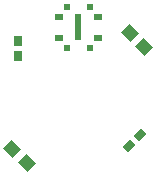
<source format=gtp>
%FSTAX23Y23*%
%MOIN*%
%SFA1B1*%

%IPPOS*%
%AMD14*
4,1,4,-0.001400,0.029000,-0.029000,0.001400,0.001400,-0.029000,0.029000,-0.001400,-0.001400,0.029000,0.0*
%
%AMD16*
4,1,4,0.022300,0.002500,0.002500,0.022300,-0.022300,-0.002500,-0.002500,-0.022300,0.022300,0.002500,0.0*
%
%ADD10R,0.020000X0.020000*%
%ADD11R,0.028000X0.020000*%
%ADD12R,0.031000X0.020000*%
%ADD13R,0.020000X0.085000*%
G04~CAMADD=14~9~0.0~0.0~390.0~430.0~0.0~0.0~0~0.0~0.0~0.0~0.0~0~0.0~0.0~0.0~0.0~0~0.0~0.0~0.0~45.0~580.0~579.0*
%ADD14D14*%
%ADD15R,0.028000X0.035000*%
G04~CAMADD=16~9~0.0~0.0~280.0~350.0~0.0~0.0~0~0.0~0.0~0.0~0.0~0~0.0~0.0~0.0~0.0~0~0.0~0.0~0.0~315.0~446.0~445.0*
%ADD16D16*%
%LNencoder_pcb-1*%
%LPD*%
G54D10*
X00037Y00314D03*
Y00175D03*
X-00037D03*
Y00314D03*
G54D11*
X00065Y0028D03*
G54D12*
X00065Y0021D03*
X-00066D03*
Y0028D03*
G54D13*
X0Y00245D03*
G54D14*
X-0022Y-0016D03*
X-00173Y-00207D03*
X0022Y0018D03*
X00173Y00227D03*
G54D15*
X-002Y00149D03*
Y002D03*
G54D16*
X00169Y-00151D03*
X00206Y-00114D03*
M02*
</source>
